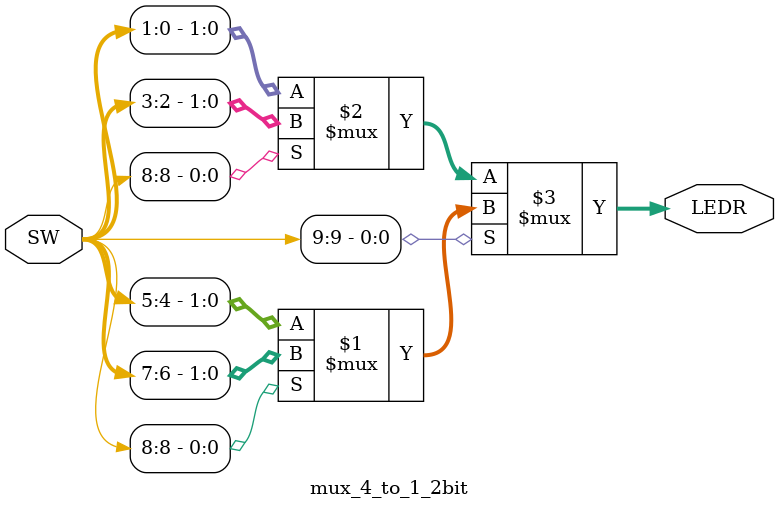
<source format=v>
module mux_4_to_1_2bit (SW, LEDR);
	input [9:0]SW;
	output [1:0]LEDR;
	assign LEDR[1:0] = SW[9]? (SW[8]? SW[7:6] : SW[5:4]) : (SW[8] ? SW[3:2] : SW[1:0]);
endmodule

</source>
